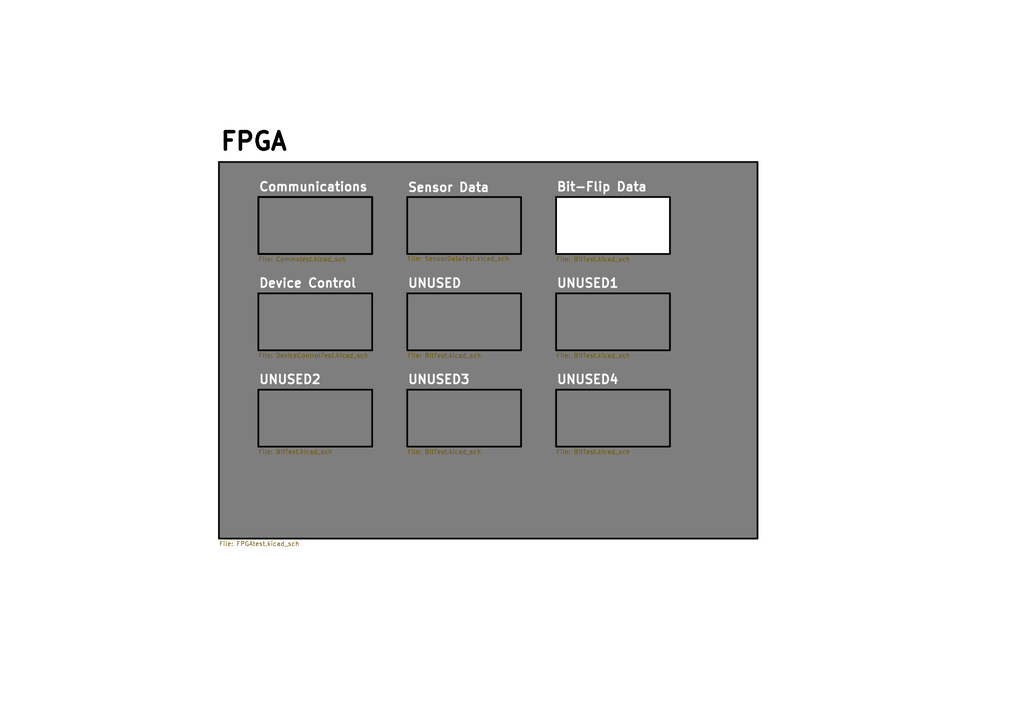
<source format=kicad_sch>
(kicad_sch
	(version 20231120)
	(generator "eeschema")
	(generator_version "8.0")
	(uuid "f035f0a1-379f-4f34-81a0-5945bf64a21f")
	(paper "A4")
	(lib_symbols)
	(sheet
		(at 118.11 85.09)
		(size 33.02 16.51)
		(fields_autoplaced yes)
		(stroke
			(width 0.508)
			(type solid)
			(color 0 0 0 1)
		)
		(fill
			(color 255 255 255 1.0000)
		)
		(uuid "052ffbfa-27de-4361-b8d7-a1df06f05eae")
		(property "Sheetname" "UNUSED"
			(at 118.11 83.5656 0)
			(effects
				(font
					(size 2.54 2.54)
					(thickness 0.508)
					(bold yes)
					(color 255 255 255 1)
				)
				(justify left bottom)
			)
		)
		(property "Sheetfile" "BitTest.kicad_sch"
			(at 118.11 102.3624 0)
			(effects
				(font
					(size 1.27 1.27)
				)
				(justify left top)
			)
		)
		(instances
			(project "Testing"
				(path "/f035f0a1-379f-4f34-81a0-5945bf64a21f"
					(page "6")
				)
			)
		)
	)
	(sheet
		(at 118.11 113.03)
		(size 33.02 16.51)
		(fields_autoplaced yes)
		(stroke
			(width 0.508)
			(type solid)
			(color 0 0 0 1)
		)
		(fill
			(color 255 255 255 1.0000)
		)
		(uuid "4d03505e-143b-495c-b920-d43f35028f7b")
		(property "Sheetname" "UNUSED3"
			(at 118.11 111.5056 0)
			(effects
				(font
					(size 2.54 2.54)
					(thickness 0.508)
					(bold yes)
					(color 255 255 255 1)
				)
				(justify left bottom)
			)
		)
		(property "Sheetfile" "BitTest.kicad_sch"
			(at 118.11 130.3024 0)
			(effects
				(font
					(size 1.27 1.27)
				)
				(justify left top)
			)
		)
		(instances
			(project "Testing"
				(path "/f035f0a1-379f-4f34-81a0-5945bf64a21f"
					(page "9")
				)
			)
		)
	)
	(sheet
		(at 74.93 113.03)
		(size 33.02 16.51)
		(fields_autoplaced yes)
		(stroke
			(width 0.508)
			(type solid)
			(color 0 0 0 1)
		)
		(fill
			(color 255 255 255 1.0000)
		)
		(uuid "5c32343f-18f9-4a53-a0c1-fb6eb76c1ffc")
		(property "Sheetname" "UNUSED2"
			(at 74.93 111.5056 0)
			(effects
				(font
					(size 2.54 2.54)
					(thickness 0.508)
					(bold yes)
					(color 255 255 255 1)
				)
				(justify left bottom)
			)
		)
		(property "Sheetfile" "BitTest.kicad_sch"
			(at 74.93 130.3024 0)
			(effects
				(font
					(size 1.27 1.27)
				)
				(justify left top)
			)
		)
		(instances
			(project "Testing"
				(path "/f035f0a1-379f-4f34-81a0-5945bf64a21f"
					(page "8")
				)
			)
		)
	)
	(sheet
		(at 74.93 85.09)
		(size 33.02 16.51)
		(fields_autoplaced yes)
		(stroke
			(width 0.508)
			(type solid)
			(color 0 0 0 1)
		)
		(fill
			(color 255 255 255 1.0000)
		)
		(uuid "6fc5fdd6-a818-40b4-b92a-e3dccf9762b7")
		(property "Sheetname" "Device Control"
			(at 74.93 83.5656 0)
			(effects
				(font
					(size 2.54 2.54)
					(thickness 0.508)
					(bold yes)
					(color 255 255 255 1)
				)
				(justify left bottom)
			)
		)
		(property "Sheetfile" "DeviceControlTest.kicad_sch"
			(at 74.93 102.3624 0)
			(effects
				(font
					(size 1.27 1.27)
				)
				(justify left top)
			)
		)
		(instances
			(project "Testing"
				(path "/f035f0a1-379f-4f34-81a0-5945bf64a21f"
					(page "5")
				)
			)
		)
	)
	(sheet
		(at 161.29 113.03)
		(size 33.02 16.51)
		(fields_autoplaced yes)
		(stroke
			(width 0.508)
			(type solid)
			(color 0 0 0 1)
		)
		(fill
			(color 255 255 255 1.0000)
		)
		(uuid "863c6fb0-24eb-4126-868a-7fe22a1be6a6")
		(property "Sheetname" "UNUSED4"
			(at 161.29 111.5056 0)
			(effects
				(font
					(size 2.54 2.54)
					(thickness 0.508)
					(bold yes)
					(color 255 255 255 1)
				)
				(justify left bottom)
			)
		)
		(property "Sheetfile" "BitTest.kicad_sch"
			(at 161.29 130.3024 0)
			(effects
				(font
					(size 1.27 1.27)
				)
				(justify left top)
			)
		)
		(instances
			(project "Testing"
				(path "/f035f0a1-379f-4f34-81a0-5945bf64a21f"
					(page "10")
				)
			)
		)
	)
	(sheet
		(at 118.11 57.15)
		(size 33.02 16.51)
		(fields_autoplaced yes)
		(stroke
			(width 0.508)
			(type solid)
			(color 0 0 0 1)
		)
		(fill
			(color 255 255 255 1.0000)
		)
		(uuid "95f96183-ad96-43d7-8aa8-7ec7f50a6c3c")
		(property "Sheetname" "Sensor Data"
			(at 118.11 55.8034 0)
			(effects
				(font
					(size 2.54 2.54)
					(thickness 0.508)
					(bold yes)
					(color 255 255 255 1)
				)
				(justify left bottom)
			)
		)
		(property "Sheetfile" "SensorDataTest.kicad_sch"
			(at 118.11 74.2446 0)
			(effects
				(font
					(size 1.27 1.27)
				)
				(justify left top)
			)
		)
		(instances
			(project "Testing"
				(path "/f035f0a1-379f-4f34-81a0-5945bf64a21f"
					(page "14")
				)
			)
		)
	)
	(sheet
		(at 161.29 85.09)
		(size 33.02 16.51)
		(fields_autoplaced yes)
		(stroke
			(width 0.508)
			(type solid)
			(color 0 0 0 1)
		)
		(fill
			(color 255 255 255 1.0000)
		)
		(uuid "b8fe72a2-8395-4d80-853f-fad5515045ac")
		(property "Sheetname" "UNUSED1"
			(at 161.29 83.5656 0)
			(effects
				(font
					(size 2.54 2.54)
					(thickness 0.508)
					(bold yes)
					(color 255 255 255 1)
				)
				(justify left bottom)
			)
		)
		(property "Sheetfile" "BitTest.kicad_sch"
			(at 161.29 102.3624 0)
			(effects
				(font
					(size 1.27 1.27)
				)
				(justify left top)
			)
		)
		(instances
			(project "Testing"
				(path "/f035f0a1-379f-4f34-81a0-5945bf64a21f"
					(page "7")
				)
			)
		)
	)
	(sheet
		(at 63.5 46.99)
		(size 156.21 109.22)
		(stroke
			(width 0.508)
			(type solid)
			(color 5 5 5 1)
		)
		(fill
			(color 126 126 126 1.0000)
		)
		(uuid "c4a7ec2d-3a4b-4cc8-9a8c-e22dfc142d2d")
		(property "Sheetname" "FPGA"
			(at 63.5 43.942 0)
			(effects
				(font
					(size 5.08 5.08)
					(thickness 1.016)
					(bold yes)
					(color 0 0 0 1)
				)
				(justify left bottom)
			)
		)
		(property "Sheetfile" "FPGAtest.kicad_sch"
			(at 63.5 156.9724 0)
			(effects
				(font
					(size 1.27 1.27)
				)
				(justify left top)
			)
		)
		(instances
			(project "Testing"
				(path "/f035f0a1-379f-4f34-81a0-5945bf64a21f"
					(page "2")
				)
			)
		)
	)
	(sheet
		(at 161.29 57.15)
		(size 33.02 16.51)
		(fields_autoplaced yes)
		(stroke
			(width 0.508)
			(type solid)
			(color 0 0 0 1)
		)
		(fill
			(color 255 255 255 1.0000)
		)
		(uuid "e9e6a473-6f21-4bb1-a330-121059b31b53")
		(property "Sheetname" "Bit-Flip Data"
			(at 161.29 55.6256 0)
			(effects
				(font
					(size 2.54 2.54)
					(thickness 0.508)
					(bold yes)
					(color 255 255 255 1)
				)
				(justify left bottom)
			)
		)
		(property "Sheetfile" "BitTest.kicad_sch"
			(at 161.29 74.4224 0)
			(effects
				(font
					(size 1.27 1.27)
				)
				(justify left top)
			)
		)
		(instances
			(project "Testing"
				(path "/f035f0a1-379f-4f34-81a0-5945bf64a21f"
					(page "4")
				)
			)
		)
	)
	(sheet
		(at 74.93 57.15)
		(size 33.02 16.51)
		(fields_autoplaced yes)
		(stroke
			(width 0.508)
			(type solid)
			(color 0 0 0 1)
		)
		(fill
			(color 0 0 0 0.0000)
		)
		(uuid "f8d6ed9e-a4dc-41fc-b20f-d7adfc22f239")
		(property "Sheetname" "Communications"
			(at 74.93 55.6256 0)
			(effects
				(font
					(size 2.54 2.54)
					(thickness 0.508)
					(bold yes)
					(color 255 255 255 1)
				)
				(justify left bottom)
			)
		)
		(property "Sheetfile" "Commstest.kicad_sch"
			(at 74.93 74.4224 0)
			(effects
				(font
					(size 1.27 1.27)
				)
				(justify left top)
			)
		)
		(instances
			(project "Testing"
				(path "/f035f0a1-379f-4f34-81a0-5945bf64a21f"
					(page "3")
				)
			)
		)
	)
	(sheet_instances
		(path "/"
			(page "1")
		)
	)
)

</source>
